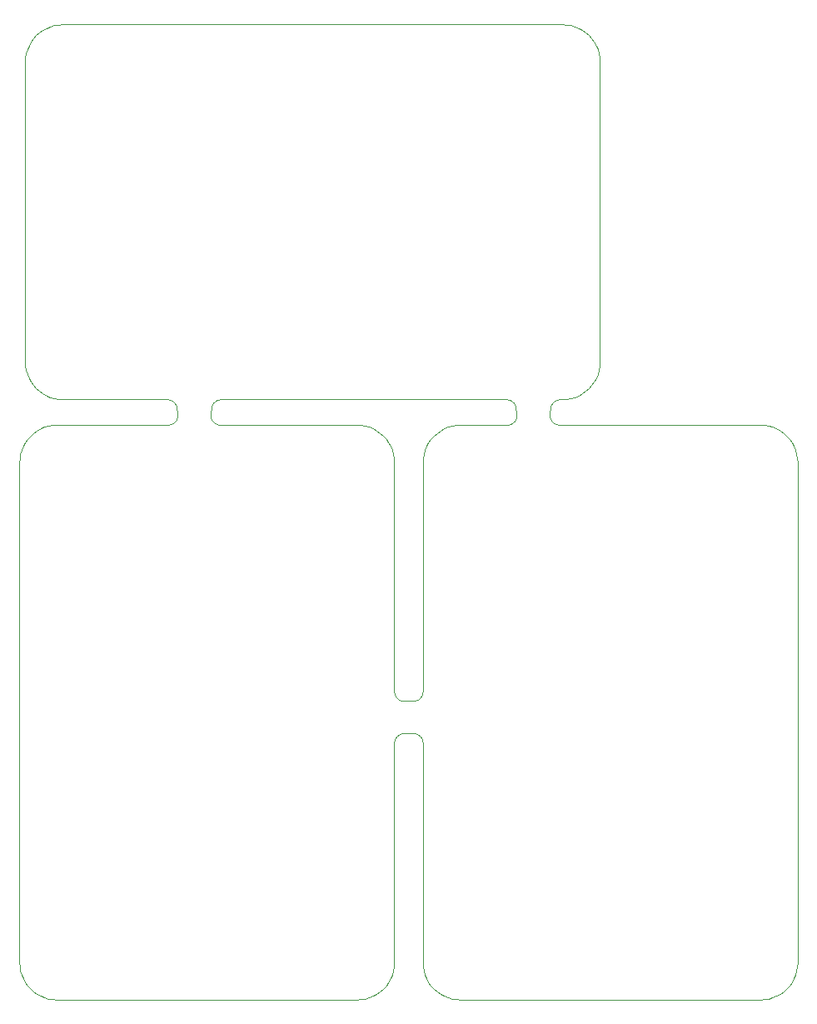
<source format=gko>
%MOIN*%
%OFA0B0*%
%FSLAX44Y44*%
%IPPOS*%
%LPD*%
%ADD10C,0*%
D10*
X00008067Y00024015D02*
X00008067Y00024015D01*
X00019477Y00024015D01*
X00019505Y00024014D01*
X00019533Y00024011D01*
X00019561Y00024006D01*
X00019588Y00023999D01*
X00019615Y00023990D01*
X00019641Y00023979D01*
X00019666Y00023967D01*
X00019691Y00023952D01*
X00019714Y00023936D01*
X00019736Y00023918D01*
X00019756Y00023899D01*
X00019775Y00023878D01*
X00019793Y00023856D01*
X00019809Y00023833D01*
X00019823Y00023809D01*
X00019836Y00023784D01*
X00019846Y00023758D01*
X00019855Y00023731D01*
X00019862Y00023703D01*
X00019867Y00023676D01*
X00019899Y00023447D01*
X00019902Y00023414D01*
X00019902Y00023380D01*
X00019900Y00023347D01*
X00019894Y00023313D01*
X00019886Y00023281D01*
X00019875Y00023249D01*
X00019861Y00023218D01*
X00019845Y00023189D01*
X00019827Y00023161D01*
X00019806Y00023135D01*
X00019782Y00023110D01*
X00019757Y00023088D01*
X00019730Y00023068D01*
X00019702Y00023050D01*
X00019672Y00023035D01*
X00019641Y00023022D01*
X00019609Y00023012D01*
X00019576Y00023005D01*
X00019542Y00023001D01*
X00019509Y00023000D01*
X00017641Y00023000D01*
X00017473Y00022990D01*
X00017307Y00022962D01*
X00017146Y00022915D01*
X00016990Y00022851D01*
X00016843Y00022770D01*
X00016706Y00022672D01*
X00016581Y00022560D01*
X00016468Y00022435D01*
X00016371Y00022298D01*
X00016290Y00022150D01*
X00016225Y00021995D01*
X00016179Y00021833D01*
X00016151Y00021667D01*
X00016141Y00021500D01*
X00016141Y00012339D01*
X00016140Y00012308D01*
X00016136Y00012277D01*
X00016130Y00012247D01*
X00016122Y00012217D01*
X00016111Y00012188D01*
X00016098Y00012160D01*
X00016083Y00012133D01*
X00016066Y00012108D01*
X00016047Y00012083D01*
X00016026Y00012061D01*
X00016004Y00012040D01*
X00015980Y00012020D01*
X00015954Y00012003D01*
X00015927Y00011988D01*
X00015899Y00011975D01*
X00015870Y00011964D01*
X00015840Y00011956D01*
X00015810Y00011950D01*
X00015780Y00011946D01*
X00015749Y00011945D01*
X00015394Y00011944D01*
X00015364Y00011945D01*
X00015333Y00011948D01*
X00015302Y00011954D01*
X00015272Y00011963D01*
X00015243Y00011973D01*
X00015215Y00011986D01*
X00015188Y00012001D01*
X00015162Y00012018D01*
X00015138Y00012038D01*
X00015115Y00012059D01*
X00015094Y00012081D01*
X00015075Y00012106D01*
X00015058Y00012131D01*
X00015043Y00012158D01*
X00015030Y00012186D01*
X00015019Y00012216D01*
X00015010Y00012245D01*
X00015004Y00012276D01*
X00015001Y00012306D01*
X00015000Y00012337D01*
X00015000Y00021500D01*
X00014990Y00021667D01*
X00014962Y00021833D01*
X00014915Y00021995D01*
X00014851Y00022150D01*
X00014770Y00022298D01*
X00014672Y00022435D01*
X00014560Y00022560D01*
X00014435Y00022672D01*
X00014298Y00022770D01*
X00014150Y00022851D01*
X00013995Y00022915D01*
X00013833Y00022962D01*
X00013667Y00022990D01*
X00013500Y00023000D01*
X00008035Y00023000D01*
X00008001Y00023001D01*
X00007968Y00023005D01*
X00007935Y00023012D01*
X00007903Y00023022D01*
X00007872Y00023035D01*
X00007842Y00023050D01*
X00007813Y00023068D01*
X00007786Y00023088D01*
X00007761Y00023110D01*
X00007738Y00023135D01*
X00007717Y00023161D01*
X00007699Y00023189D01*
X00007682Y00023218D01*
X00007669Y00023249D01*
X00007658Y00023281D01*
X00007649Y00023313D01*
X00007644Y00023347D01*
X00007642Y00023380D01*
X00007642Y00023414D01*
X00007645Y00023447D01*
X00007677Y00023676D01*
X00007682Y00023703D01*
X00007688Y00023731D01*
X00007697Y00023758D01*
X00007708Y00023784D01*
X00007720Y00023809D01*
X00007735Y00023833D01*
X00007751Y00023856D01*
X00007768Y00023878D01*
X00007788Y00023899D01*
X00007808Y00023918D01*
X00007830Y00023936D01*
X00007853Y00023952D01*
X00007877Y00023967D01*
X00007903Y00023979D01*
X00007929Y00023990D01*
X00007955Y00023999D01*
X00007983Y00024006D01*
X00008011Y00024011D01*
X00008039Y00024014D01*
X00008067Y00024015D01*
X00021640Y00024015D02*
X00021640Y00024015D01*
X00021728Y00024015D01*
X00021896Y00024025D01*
X00022062Y00024053D01*
X00022223Y00024099D01*
X00022379Y00024164D01*
X00022526Y00024245D01*
X00022663Y00024343D01*
X00022789Y00024455D01*
X00022901Y00024580D01*
X00022998Y00024717D01*
X00023079Y00024864D01*
X00023144Y00025020D01*
X00023190Y00025181D01*
X00023218Y00025347D01*
X00023228Y00025515D01*
X00023228Y00037515D01*
X00023218Y00037683D01*
X00023190Y00037849D01*
X00023144Y00038011D01*
X00023079Y00038166D01*
X00022998Y00038313D01*
X00022901Y00038450D01*
X00022789Y00038576D01*
X00022663Y00038688D01*
X00022526Y00038785D01*
X00022379Y00038867D01*
X00022223Y00038931D01*
X00022062Y00038978D01*
X00021896Y00039006D01*
X00021728Y00039015D01*
X00001728Y00039015D01*
X00001560Y00039006D01*
X00001394Y00038978D01*
X00001232Y00038931D01*
X00001077Y00038867D01*
X00000930Y00038785D01*
X00000793Y00038688D01*
X00000667Y00038576D01*
X00000555Y00038450D01*
X00000458Y00038313D01*
X00000376Y00038166D01*
X00000312Y00038011D01*
X00000265Y00037849D01*
X00000237Y00037683D01*
X00000228Y00037515D01*
X00000228Y00025515D01*
X00000237Y00025347D01*
X00000265Y00025181D01*
X00000312Y00025020D01*
X00000376Y00024864D01*
X00000458Y00024717D01*
X00000555Y00024580D01*
X00000667Y00024455D01*
X00000793Y00024343D01*
X00000930Y00024245D01*
X00001077Y00024164D01*
X00001232Y00024099D01*
X00001394Y00024053D01*
X00001560Y00024025D01*
X00001728Y00024015D01*
X00005904Y00024015D01*
X00005932Y00024014D01*
X00005960Y00024011D01*
X00005988Y00024006D01*
X00006015Y00023999D01*
X00006042Y00023990D01*
X00006068Y00023979D01*
X00006093Y00023967D01*
X00006117Y00023952D01*
X00006140Y00023936D01*
X00006162Y00023918D01*
X00006183Y00023899D01*
X00006202Y00023878D01*
X00006220Y00023856D01*
X00006236Y00023833D01*
X00006250Y00023809D01*
X00006262Y00023784D01*
X00006273Y00023758D01*
X00006282Y00023731D01*
X00006289Y00023703D01*
X00006294Y00023676D01*
X00006325Y00023447D01*
X00006328Y00023414D01*
X00006329Y00023380D01*
X00006326Y00023347D01*
X00006321Y00023313D01*
X00006313Y00023281D01*
X00006302Y00023249D01*
X00006288Y00023218D01*
X00006272Y00023189D01*
X00006253Y00023161D01*
X00006232Y00023135D01*
X00006209Y00023110D01*
X00006184Y00023088D01*
X00006157Y00023068D01*
X00006128Y00023050D01*
X00006098Y00023035D01*
X00006067Y00023022D01*
X00006035Y00023012D01*
X00006002Y00023005D01*
X00005969Y00023001D01*
X00005935Y00023000D01*
X00001500Y00023000D01*
X00001332Y00022990D01*
X00001166Y00022962D01*
X00001004Y00022915D01*
X00000849Y00022851D01*
X00000701Y00022770D01*
X00000564Y00022672D01*
X00000439Y00022560D01*
X00000327Y00022435D01*
X00000229Y00022298D01*
X00000148Y00022150D01*
X00000084Y00021995D01*
X00000037Y00021833D01*
X00000009Y00021667D01*
X00000000Y00021500D01*
X00000000Y00001499D01*
X00000009Y00001332D01*
X00000037Y00001166D01*
X00000084Y00001004D01*
X00000148Y00000849D01*
X00000229Y00000701D01*
X00000327Y00000564D01*
X00000439Y00000439D01*
X00000564Y00000327D01*
X00000701Y00000229D01*
X00000849Y00000148D01*
X00001004Y00000084D01*
X00001166Y00000037D01*
X00001332Y00000009D01*
X00001500Y00000000D01*
X00013500Y00000000D01*
X00013667Y00000009D01*
X00013833Y00000037D01*
X00013995Y00000084D01*
X00014150Y00000148D01*
X00014298Y00000229D01*
X00014435Y00000327D01*
X00014560Y00000439D01*
X00014672Y00000564D01*
X00014770Y00000701D01*
X00014851Y00000849D01*
X00014915Y00001004D01*
X00014962Y00001166D01*
X00014990Y00001332D01*
X00015000Y00001499D01*
X00015000Y00010271D01*
X00015001Y00010302D01*
X00015004Y00010332D01*
X00015010Y00010363D01*
X00015019Y00010392D01*
X00015030Y00010422D01*
X00015043Y00010450D01*
X00015058Y00010477D01*
X00015075Y00010502D01*
X00015094Y00010527D01*
X00015115Y00010549D01*
X00015138Y00010570D01*
X00015162Y00010590D01*
X00015188Y00010607D01*
X00015215Y00010622D01*
X00015243Y00010635D01*
X00015272Y00010645D01*
X00015302Y00010654D01*
X00015333Y00010660D01*
X00015364Y00010663D01*
X00015394Y00010664D01*
X00015749Y00010663D01*
X00015780Y00010662D01*
X00015810Y00010658D01*
X00015840Y00010652D01*
X00015870Y00010644D01*
X00015899Y00010633D01*
X00015927Y00010620D01*
X00015954Y00010605D01*
X00015980Y00010588D01*
X00016004Y00010568D01*
X00016026Y00010547D01*
X00016047Y00010525D01*
X00016066Y00010500D01*
X00016083Y00010475D01*
X00016098Y00010448D01*
X00016111Y00010420D01*
X00016122Y00010391D01*
X00016130Y00010361D01*
X00016136Y00010331D01*
X00016140Y00010300D01*
X00016141Y00010269D01*
X00016141Y00001499D01*
X00016151Y00001332D01*
X00016179Y00001166D01*
X00016225Y00001004D01*
X00016290Y00000849D01*
X00016371Y00000701D01*
X00016468Y00000564D01*
X00016581Y00000439D01*
X00016706Y00000327D01*
X00016843Y00000229D01*
X00016990Y00000148D01*
X00017146Y00000084D01*
X00017307Y00000037D01*
X00017473Y00000009D01*
X00017641Y00000000D01*
X00029641Y00000000D01*
X00029809Y00000009D01*
X00029975Y00000037D01*
X00030137Y00000084D01*
X00030292Y00000148D01*
X00030439Y00000229D01*
X00030576Y00000327D01*
X00030702Y00000439D01*
X00030814Y00000564D01*
X00030911Y00000701D01*
X00030993Y00000849D01*
X00031057Y00001004D01*
X00031104Y00001166D01*
X00031132Y00001332D01*
X00031141Y00001499D01*
X00031141Y00021500D01*
X00031132Y00021667D01*
X00031104Y00021833D01*
X00031057Y00021995D01*
X00030993Y00022150D01*
X00030911Y00022298D01*
X00030814Y00022435D01*
X00030702Y00022560D01*
X00030576Y00022672D01*
X00030439Y00022770D01*
X00030292Y00022851D01*
X00030137Y00022915D01*
X00029975Y00022962D01*
X00029809Y00022990D01*
X00029641Y00023000D01*
X00021608Y00023000D01*
X00021575Y00023001D01*
X00021541Y00023005D01*
X00021509Y00023012D01*
X00021477Y00023022D01*
X00021445Y00023035D01*
X00021415Y00023050D01*
X00021387Y00023068D01*
X00021360Y00023088D01*
X00021335Y00023110D01*
X00021312Y00023135D01*
X00021291Y00023161D01*
X00021272Y00023189D01*
X00021256Y00023218D01*
X00021242Y00023249D01*
X00021231Y00023281D01*
X00021223Y00023313D01*
X00021217Y00023347D01*
X00021215Y00023380D01*
X00021215Y00023414D01*
X00021218Y00023447D01*
X00021250Y00023676D01*
X00021255Y00023703D01*
X00021262Y00023731D01*
X00021271Y00023758D01*
X00021281Y00023784D01*
X00021294Y00023809D01*
X00021308Y00023833D01*
X00021324Y00023856D01*
X00021342Y00023878D01*
X00021361Y00023899D01*
X00021382Y00023918D01*
X00021403Y00023936D01*
X00021427Y00023952D01*
X00021451Y00023967D01*
X00021476Y00023979D01*
X00021502Y00023990D01*
X00021529Y00023999D01*
X00021556Y00024006D01*
X00021584Y00024011D01*
X00021612Y00024014D01*
X00021640Y00024015D01*
M02*
</source>
